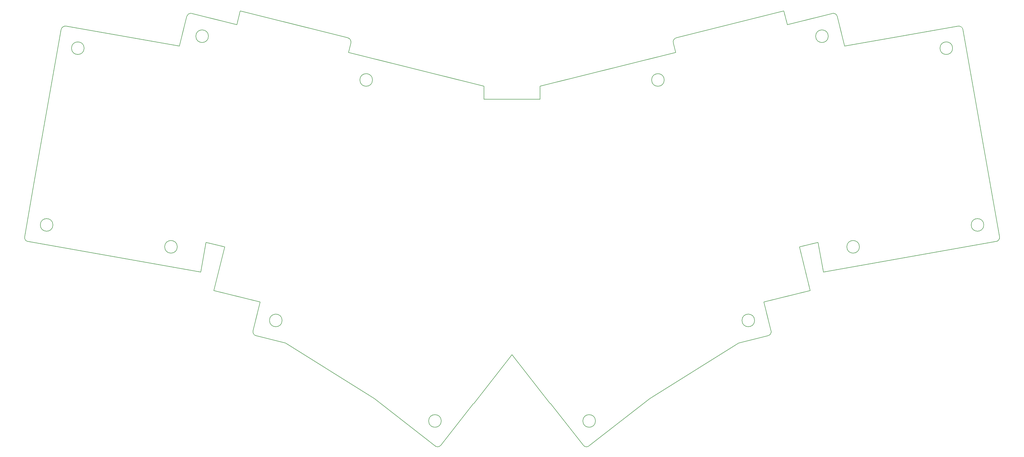
<source format=gbr>
%TF.GenerationSoftware,KiCad,Pcbnew,5.1.12-1.fc35*%
%TF.CreationDate,2022-02-21T17:57:33-08:00*%
%TF.ProjectId,jackalope_unibody,6a61636b-616c-46f7-9065-5f756e69626f,v1.0.0*%
%TF.SameCoordinates,Original*%
%TF.FileFunction,Profile,NP*%
%FSLAX46Y46*%
G04 Gerber Fmt 4.6, Leading zero omitted, Abs format (unit mm)*
G04 Created by KiCad (PCBNEW 5.1.12-1.fc35) date 2022-02-21 17:57:33*
%MOMM*%
%LPD*%
G01*
G04 APERTURE LIST*
%TA.AperFunction,Profile*%
%ADD10C,0.150000*%
%TD*%
G04 APERTURE END LIST*
D10*
X-21691907Y-16483664D02*
X39858578Y-27336675D01*
X-19609331Y3965367D02*
X-16396840Y22184311D01*
X-19609331Y3965367D02*
X-19696155Y3472964D01*
X-22908646Y-14745980D02*
X-19696155Y3472964D01*
X-21691907Y-16483663D02*
G75*
G02*
X-22908646Y-14745980I260472J1477211D01*
G01*
X-16396840Y22184311D02*
X-16310016Y22676715D01*
X-16310016Y22676715D02*
X-9885033Y59114602D01*
X-8147349Y60331341D02*
X32255086Y53207302D01*
X-9885033Y59114601D02*
G75*
G02*
X-8147349Y60331341I1477212J-260472D01*
G01*
X41723364Y-16760947D02*
X39858578Y-27336675D01*
X41723364Y-16760947D02*
X48404936Y-18426850D01*
X52720408Y60885045D02*
X36710528Y64876756D01*
X34892202Y63784196D02*
G75*
G02*
X36710528Y64876756I1455443J-362883D01*
G01*
X34892202Y63784196D02*
X32255086Y53207302D01*
X92502532Y50966247D02*
X93349259Y54362282D01*
X92256697Y56180609D02*
G75*
G02*
X93349259Y54362283I-362882J-1455444D01*
G01*
X53930017Y65736524D02*
X92256698Y56180609D01*
X52720408Y60885045D02*
X53930017Y65736524D01*
X61029213Y-38064254D02*
X44534185Y-33951582D01*
X44534185Y-33951582D02*
X48404936Y-18426850D01*
X59581594Y-50070686D02*
X70057072Y-52682516D01*
X61029213Y-38064254D02*
X58489033Y-48252359D01*
X59581593Y-50070685D02*
G75*
G02*
X58489033Y-48252359I362883J1455443D01*
G01*
X137334675Y-74073899D02*
G75*
G02*
X136902587Y-74449486I-1182017J923493D01*
G01*
X137334674Y-74073899D02*
X150799315Y-56839944D01*
X70057072Y-52682516D02*
X101737775Y-72478816D01*
X101737775Y-72478816D02*
X123347800Y-89362418D01*
X125453309Y-89103893D02*
G75*
G02*
X123347800Y-89362418I-1182017J923492D01*
G01*
X125453308Y-89103894D02*
X136902587Y-74449486D01*
X209096099Y50966247D02*
X160799315Y38924506D01*
X140799315Y38924506D02*
X92502532Y50966247D01*
X164696044Y-74449486D02*
X176145323Y-89103894D01*
X261740053Y-27336675D02*
X323290538Y-16483664D01*
X324507278Y-14745980D02*
G75*
G02*
X323290538Y-16483664I-1477212J-260472D01*
G01*
X321294786Y3472964D02*
X324507277Y-14745980D01*
X321294786Y3472964D02*
X321207962Y3965367D01*
X317995471Y22184311D02*
X321207962Y3965367D01*
X311483664Y59114602D02*
X317908646Y22676715D01*
X317908646Y22676715D02*
X317995471Y22184311D01*
X309745979Y60331341D02*
G75*
G02*
X311483664Y59114602I260473J-1477212D01*
G01*
X291527036Y57118850D02*
X309745980Y60331341D01*
X291527036Y57118850D02*
X291034633Y57032026D01*
X269343545Y53207302D02*
X291034633Y57032026D01*
X261740053Y-27336675D02*
X259875267Y-16760947D01*
X253193695Y-18426850D02*
X259875267Y-16760947D01*
X269343545Y53207302D02*
X266706429Y63784196D01*
X264888103Y64876756D02*
G75*
G02*
X266706429Y63784196I362883J-1455443D01*
G01*
X264888103Y64876756D02*
X248878223Y60885045D01*
X209341933Y56180609D02*
X247668614Y65736524D01*
X208249371Y54362283D02*
G75*
G02*
X209341933Y56180609I1455444J362882D01*
G01*
X208249372Y54362282D02*
X209096099Y50966247D01*
X247668614Y65736524D02*
X248878223Y60885045D01*
X253193695Y-18426850D02*
X257064446Y-33951582D01*
X257064446Y-33951582D02*
X240569418Y-38064254D01*
X231541559Y-52682516D02*
X242017037Y-50070686D01*
X243109599Y-48252360D02*
G75*
G02*
X242017037Y-50070686I-1455444J-362882D01*
G01*
X243109598Y-48252359D02*
X240569418Y-38064254D01*
X150799315Y-56839944D02*
X164263957Y-74073899D01*
X164696045Y-74449486D02*
G75*
G02*
X164263957Y-74073899I749928J1299080D01*
G01*
X199860856Y-72478816D02*
X231541559Y-52682516D01*
X178250831Y-89362418D02*
X199860856Y-72478816D01*
X178250832Y-89362417D02*
G75*
G02*
X176145323Y-89103894I-923493J1182016D01*
G01*
X-1696444Y52482622D02*
G75*
G03*
X-1696444Y52482622I-2250000J0D01*
G01*
X307795075Y52482622D02*
G75*
G03*
X307795075Y52482622I-2250000J0D01*
G01*
X-12809927Y-10545075D02*
G75*
G03*
X-12809927Y-10545075I-2250000J0D01*
G01*
X318908558Y-10545075D02*
G75*
G03*
X318908558Y-10545075I-2250000J0D01*
G01*
X42603701Y56754116D02*
G75*
G03*
X42603701Y56754116I-2250000J0D01*
G01*
X263494930Y56754116D02*
G75*
G03*
X263494930Y56754116I-2250000J0D01*
G01*
X31506422Y-18359243D02*
G75*
G03*
X31506422Y-18359243I-2250000J0D01*
G01*
X274592209Y-18359243D02*
G75*
G03*
X274592209Y-18359243I-2250000J0D01*
G01*
X101064671Y41147545D02*
G75*
G03*
X101064671Y41147545I-2250000J0D01*
G01*
X205033960Y41147545D02*
G75*
G03*
X205033960Y41147545I-2250000J0D01*
G01*
X68861673Y-44609186D02*
G75*
G03*
X68861673Y-44609186I-2250000J0D01*
G01*
X237236958Y-44609186D02*
G75*
G03*
X237236958Y-44609186I-2250000J0D01*
G01*
X125573371Y-80460204D02*
G75*
G03*
X125573371Y-80460204I-2250000J0D01*
G01*
X180525260Y-80460204D02*
G75*
G03*
X180525260Y-80460204I-2250000J0D01*
G01*
X140799315Y34294852D02*
X160799315Y34294852D01*
X160799315Y34294852D02*
X160799315Y38924506D01*
X140799315Y38924506D02*
X140799315Y34294852D01*
M02*

</source>
